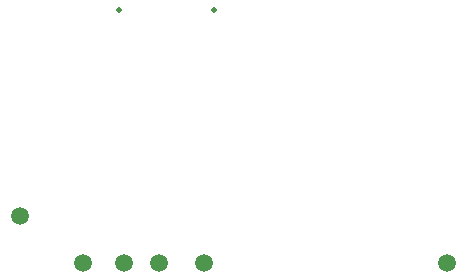
<source format=gbp>
G04*
G04 #@! TF.GenerationSoftware,Altium Limited,Altium Designer,20.1.11 (218)*
G04*
G04 Layer_Color=128*
%FSLAX25Y25*%
%MOIN*%
G70*
G04*
G04 #@! TF.SameCoordinates,FBA81C19-FCCB-422B-9B6C-78DF9D3B5762*
G04*
G04*
G04 #@! TF.FilePolarity,Positive*
G04*
G01*
G75*
%ADD87C,0.01968*%
%ADD102C,0.05906*%
D87*
X38020Y113448D02*
D03*
X69648Y113449D02*
D03*
D102*
X147089Y28890D02*
D03*
X66295Y29028D02*
D03*
X51221Y29028D02*
D03*
X39534Y29061D02*
D03*
X25888Y29139D02*
D03*
X4862Y44598D02*
D03*
M02*

</source>
